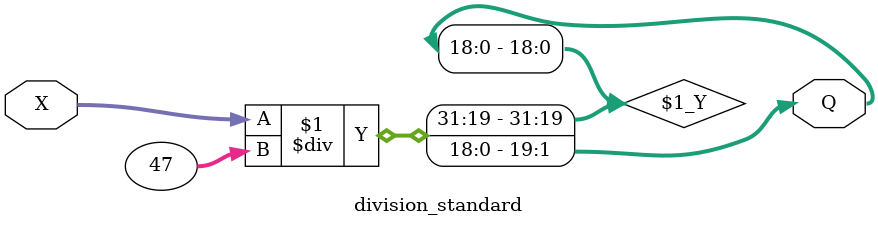
<source format=v>
module division_standard( X, Q);//, R);


input  [24:1] X;
output [19:1] Q; 
//output [6:1] R;

assign Q = X / 47;

//assign R = X % 47;


endmodule

</source>
